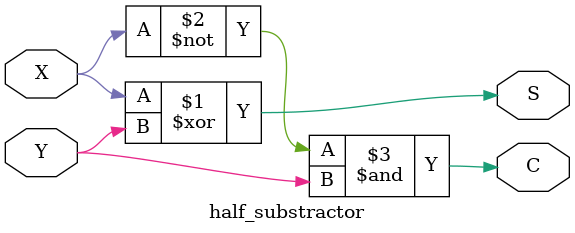
<source format=v>
`timescale 1ns / 1ps


module half_substractor(X, Y, S, C);
    input X;
    input Y;
    output S;
    output C;
    
    assign S = X ^ Y;
    assign C = ~X & Y; 
endmodule

</source>
